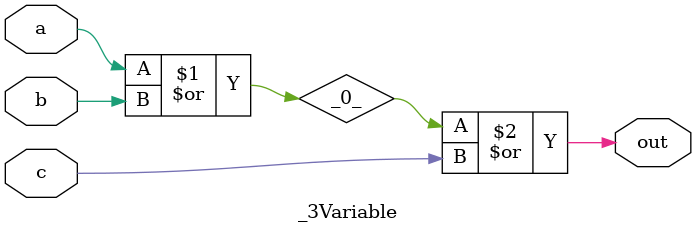
<source format=v>
/* Generated by Yosys 0.60+95 (git sha1 991e70489, g++ 14.3.0 -fPIC -O3) */

module _3Variable(a, b, c, out);
  input a;
  wire a;
  input b;
  wire b;
  input c;
  wire c;
  output out;
  wire out;
  wire _0_;
  assign _0_ = a | b;
  assign out = _0_ | c;
endmodule

</source>
